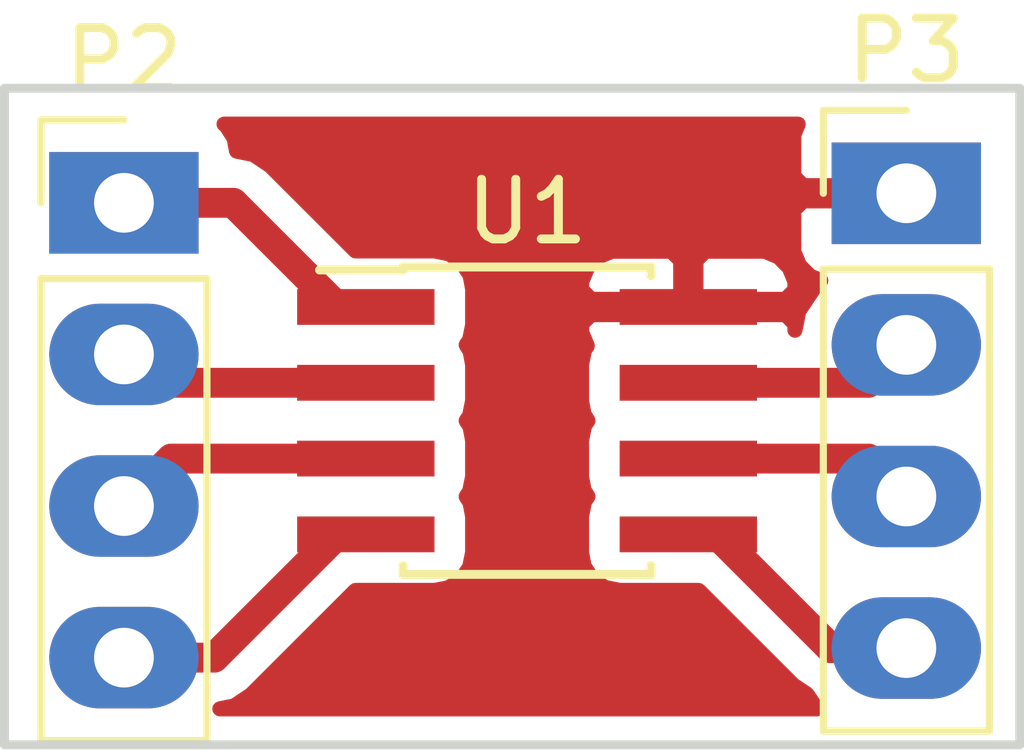
<source format=kicad_pcb>
(kicad_pcb (version 4) (host pcbnew 4.0.4-stable)

  (general
    (links 8)
    (no_connects 0)
    (area 147.404762 108.095 169.695238 123.305)
    (thickness 1.6)
    (drawings 4)
    (tracks 19)
    (zones 0)
    (modules 3)
    (nets 9)
  )

  (page A4)
  (layers
    (0 F.Cu signal)
    (31 B.Cu signal)
    (32 B.Adhes user)
    (33 F.Adhes user)
    (34 B.Paste user)
    (35 F.Paste user)
    (36 B.SilkS user)
    (37 F.SilkS user)
    (38 B.Mask user)
    (39 F.Mask user)
    (40 Dwgs.User user)
    (41 Cmts.User user)
    (42 Eco1.User user)
    (43 Eco2.User user)
    (44 Edge.Cuts user)
    (45 Margin user)
    (46 B.CrtYd user)
    (47 F.CrtYd user)
    (48 B.Fab user)
    (49 F.Fab user)
  )

  (setup
    (last_trace_width 0.5)
    (trace_clearance 0.5)
    (zone_clearance 0.4)
    (zone_45_only no)
    (trace_min 0.2)
    (segment_width 0.2)
    (edge_width 0.15)
    (via_size 2)
    (via_drill 1)
    (via_min_size 0.4)
    (via_min_drill 0.3)
    (uvia_size 0.3)
    (uvia_drill 0.1)
    (uvias_allowed no)
    (uvia_min_size 0.2)
    (uvia_min_drill 0.1)
    (pcb_text_width 0.3)
    (pcb_text_size 1.5 1.5)
    (mod_edge_width 0.15)
    (mod_text_size 1 1)
    (mod_text_width 0.15)
    (pad_size 2.3 0.6)
    (pad_drill 0)
    (pad_to_mask_clearance 0.2)
    (aux_axis_origin 0 0)
    (visible_elements 7FFFFF7F)
    (pcbplotparams
      (layerselection 0x00030_80000001)
      (usegerberextensions false)
      (excludeedgelayer true)
      (linewidth 0.100000)
      (plotframeref false)
      (viasonmask false)
      (mode 1)
      (useauxorigin false)
      (hpglpennumber 1)
      (hpglpenspeed 20)
      (hpglpendiameter 15)
      (hpglpenoverlay 2)
      (psnegative false)
      (psa4output false)
      (plotreference true)
      (plotvalue true)
      (plotinvisibletext false)
      (padsonsilk false)
      (subtractmaskfromsilk false)
      (outputformat 1)
      (mirror false)
      (drillshape 1)
      (scaleselection 1)
      (outputdirectory ""))
  )

  (net 0 "")
  (net 1 +12V)
  (net 2 Vref)
  (net 3 GND)
  (net 4 /OC_signal)
  (net 5 /OpA+)
  (net 6 /OpB+)
  (net 7 /OpB-)
  (net 8 /Vdiff)

  (net_class Default "This is the default net class."
    (clearance 0.5)
    (trace_width 0.5)
    (via_dia 2)
    (via_drill 1)
    (uvia_dia 0.3)
    (uvia_drill 0.1)
    (add_net /OC_signal)
    (add_net /OpA+)
    (add_net /OpB+)
    (add_net /OpB-)
    (add_net /Vdiff)
    (add_net GND)
    (add_net Vref)
  )

  (net_class Power ""
    (clearance 0.5)
    (trace_width 1)
    (via_dia 2)
    (via_drill 1)
    (uvia_dia 0.3)
    (uvia_drill 0.1)
    (add_net +12V)
  )

  (module Housings_SOIC:SOIC-8_3.9x4.9mm_Pitch1.27mm (layer F.Cu) (tedit 58EA7233) (tstamp 58E4F24F)
    (at 158.75 115.57)
    (descr "8-Lead Plastic Small Outline (SN) - Narrow, 3.90 mm Body [SOIC] (see Microchip Packaging Specification 00000049BS.pdf)")
    (tags "SOIC 1.27")
    (path /58E155AA)
    (attr smd)
    (fp_text reference U1 (at 0 -3.5) (layer F.SilkS)
      (effects (font (size 1 1) (thickness 0.15)))
    )
    (fp_text value LM358 (at 1.27 0 90) (layer F.Fab)
      (effects (font (size 1 1) (thickness 0.15)))
    )
    (fp_line (start -0.95 -2.45) (end 1.95 -2.45) (layer F.Fab) (width 0.15))
    (fp_line (start 1.95 -2.45) (end 1.95 2.45) (layer F.Fab) (width 0.15))
    (fp_line (start 1.95 2.45) (end -1.95 2.45) (layer F.Fab) (width 0.15))
    (fp_line (start -1.95 2.45) (end -1.95 -1.45) (layer F.Fab) (width 0.15))
    (fp_line (start -1.95 -1.45) (end -0.95 -2.45) (layer F.Fab) (width 0.15))
    (fp_line (start -3.75 -2.75) (end -3.75 2.75) (layer F.CrtYd) (width 0.05))
    (fp_line (start 3.75 -2.75) (end 3.75 2.75) (layer F.CrtYd) (width 0.05))
    (fp_line (start -3.75 -2.75) (end 3.75 -2.75) (layer F.CrtYd) (width 0.05))
    (fp_line (start -3.75 2.75) (end 3.75 2.75) (layer F.CrtYd) (width 0.05))
    (fp_line (start -2.075 -2.575) (end -2.075 -2.525) (layer F.SilkS) (width 0.15))
    (fp_line (start 2.075 -2.575) (end 2.075 -2.43) (layer F.SilkS) (width 0.15))
    (fp_line (start 2.075 2.575) (end 2.075 2.43) (layer F.SilkS) (width 0.15))
    (fp_line (start -2.075 2.575) (end -2.075 2.43) (layer F.SilkS) (width 0.15))
    (fp_line (start -2.075 -2.575) (end 2.075 -2.575) (layer F.SilkS) (width 0.15))
    (fp_line (start -2.075 2.575) (end 2.075 2.575) (layer F.SilkS) (width 0.15))
    (fp_line (start -2.075 -2.525) (end -3.475 -2.525) (layer F.SilkS) (width 0.15))
    (pad 1 smd rect (at -2.7 -1.905) (size 2.3 0.6) (layers F.Cu F.Paste F.Mask)
      (net 4 /OC_signal))
    (pad 2 smd rect (at -2.7 -0.635) (size 2.3 0.6) (layers F.Cu F.Paste F.Mask)
      (net 2 Vref))
    (pad 3 smd rect (at -2.7 0.635) (size 2.3 0.6) (layers F.Cu F.Paste F.Mask)
      (net 5 /OpA+))
    (pad 4 smd rect (at -2.7 1.905) (size 2.3 0.6) (layers F.Cu F.Paste F.Mask)
      (net 1 +12V))
    (pad 5 smd rect (at 2.7 1.905) (size 2.3 0.6) (layers F.Cu F.Paste F.Mask)
      (net 6 /OpB+))
    (pad 6 smd rect (at 2.7 0.635) (size 2.3 0.6) (layers F.Cu F.Paste F.Mask)
      (net 7 /OpB-))
    (pad 7 smd rect (at 2.7 -0.635) (size 2.3 0.6) (layers F.Cu F.Paste F.Mask)
      (net 8 /Vdiff))
    (pad 8 smd rect (at 2.7 -1.905) (size 2.3 0.6) (layers F.Cu F.Paste F.Mask)
      (net 3 GND))
    (model Housings_SOIC.3dshapes/SOIC-8_3.9x4.9mm_Pitch1.27mm.wrl
      (at (xyz 0 0 0))
      (scale (xyz 1 1 1))
      (rotate (xyz 0 0 0))
    )
  )

  (module Pin_Headers:Pin_Header_Straight_1x04_Pitch2.54mm (layer F.Cu) (tedit 58E616D2) (tstamp 58E4F1D7)
    (at 152 111.92)
    (descr "Through hole straight pin header, 1x04, 2.54mm pitch, single row")
    (tags "Through hole pin header THT 1x04 2.54mm single row")
    (path /58E5112F)
    (fp_text reference P2 (at 0 -2.39) (layer F.SilkS)
      (effects (font (size 1 1) (thickness 0.15)))
    )
    (fp_text value OpAmp1-4 (at 0 10.01) (layer F.Fab) hide
      (effects (font (size 1 1) (thickness 0.15)))
    )
    (fp_line (start -1.27 -1.27) (end -1.27 8.89) (layer F.Fab) (width 0.1))
    (fp_line (start -1.27 8.89) (end 1.27 8.89) (layer F.Fab) (width 0.1))
    (fp_line (start 1.27 8.89) (end 1.27 -1.27) (layer F.Fab) (width 0.1))
    (fp_line (start 1.27 -1.27) (end -1.27 -1.27) (layer F.Fab) (width 0.1))
    (fp_line (start -1.39 1.27) (end -1.39 9.01) (layer F.SilkS) (width 0.12))
    (fp_line (start -1.39 9.01) (end 1.39 9.01) (layer F.SilkS) (width 0.12))
    (fp_line (start 1.39 9.01) (end 1.39 1.27) (layer F.SilkS) (width 0.12))
    (fp_line (start 1.39 1.27) (end -1.39 1.27) (layer F.SilkS) (width 0.12))
    (fp_line (start -1.39 0) (end -1.39 -1.39) (layer F.SilkS) (width 0.12))
    (fp_line (start -1.39 -1.39) (end 0 -1.39) (layer F.SilkS) (width 0.12))
    (fp_line (start -1.6 -1.6) (end -1.6 9.2) (layer F.CrtYd) (width 0.05))
    (fp_line (start -1.6 9.2) (end 1.6 9.2) (layer F.CrtYd) (width 0.05))
    (fp_line (start 1.6 9.2) (end 1.6 -1.6) (layer F.CrtYd) (width 0.05))
    (fp_line (start 1.6 -1.6) (end -1.6 -1.6) (layer F.CrtYd) (width 0.05))
    (pad 1 thru_hole rect (at 0 0) (size 2.5 1.7) (drill 1) (layers *.Cu *.Mask)
      (net 4 /OC_signal))
    (pad 2 thru_hole oval (at 0 2.54) (size 2.5 1.7) (drill 1) (layers *.Cu *.Mask)
      (net 2 Vref))
    (pad 3 thru_hole oval (at 0 5.08) (size 2.5 1.7) (drill 1) (layers *.Cu *.Mask)
      (net 5 /OpA+))
    (pad 4 thru_hole oval (at 0 7.62) (size 2.5 1.7) (drill 1) (layers *.Cu *.Mask)
      (net 1 +12V))
    (model Pin_Headers.3dshapes/Pin_Header_Straight_1x04_Pitch2.54mm.wrl
      (at (xyz 0 -0.15 0))
      (scale (xyz 1 1 1))
      (rotate (xyz 0 0 90))
    )
  )

  (module Pin_Headers:Pin_Header_Straight_1x04_Pitch2.54mm (layer F.Cu) (tedit 58E61A02) (tstamp 58E4F1DF)
    (at 165.1 111.76)
    (descr "Through hole straight pin header, 1x04, 2.54mm pitch, single row")
    (tags "Through hole pin header THT 1x04 2.54mm single row")
    (path /58E51184)
    (fp_text reference P3 (at 0 -2.39) (layer F.SilkS)
      (effects (font (size 1 1) (thickness 0.15)))
    )
    (fp_text value OpAmp5-8 (at 0 10.01) (layer F.Fab) hide
      (effects (font (size 1 1) (thickness 0.15)))
    )
    (fp_line (start -1.27 -1.27) (end -1.27 8.89) (layer F.Fab) (width 0.1))
    (fp_line (start -1.27 8.89) (end 1.27 8.89) (layer F.Fab) (width 0.1))
    (fp_line (start 1.27 8.89) (end 1.27 -1.27) (layer F.Fab) (width 0.1))
    (fp_line (start 1.27 -1.27) (end -1.27 -1.27) (layer F.Fab) (width 0.1))
    (fp_line (start -1.39 1.27) (end -1.39 9.01) (layer F.SilkS) (width 0.12))
    (fp_line (start -1.39 9.01) (end 1.39 9.01) (layer F.SilkS) (width 0.12))
    (fp_line (start 1.39 9.01) (end 1.39 1.27) (layer F.SilkS) (width 0.12))
    (fp_line (start 1.39 1.27) (end -1.39 1.27) (layer F.SilkS) (width 0.12))
    (fp_line (start -1.39 0) (end -1.39 -1.39) (layer F.SilkS) (width 0.12))
    (fp_line (start -1.39 -1.39) (end 0 -1.39) (layer F.SilkS) (width 0.12))
    (fp_line (start -1.6 -1.6) (end -1.6 9.2) (layer F.CrtYd) (width 0.05))
    (fp_line (start -1.6 9.2) (end 1.6 9.2) (layer F.CrtYd) (width 0.05))
    (fp_line (start 1.6 9.2) (end 1.6 -1.6) (layer F.CrtYd) (width 0.05))
    (fp_line (start 1.6 -1.6) (end -1.6 -1.6) (layer F.CrtYd) (width 0.05))
    (pad 1 thru_hole rect (at 0 0) (size 2.5 1.7) (drill 1) (layers *.Cu *.Mask)
      (net 3 GND))
    (pad 2 thru_hole oval (at 0 2.54) (size 2.5 1.7) (drill 1) (layers *.Cu *.Mask)
      (net 8 /Vdiff))
    (pad 3 thru_hole oval (at 0 5.08) (size 2.5 1.7) (drill 1) (layers *.Cu *.Mask)
      (net 7 /OpB-))
    (pad 4 thru_hole oval (at 0 7.62) (size 2.5 1.7) (drill 1) (layers *.Cu *.Mask)
      (net 6 /OpB+))
    (model Pin_Headers.3dshapes/Pin_Header_Straight_1x04_Pitch2.54mm.wrl
      (at (xyz 0 -0.15 0))
      (scale (xyz 1 1 1))
      (rotate (xyz 0 0 90))
    )
  )

  (gr_line (start 150 121) (end 167 121) (layer Edge.Cuts) (width 0.15))
  (gr_line (start 150 110) (end 150 121) (layer Edge.Cuts) (width 0.15))
  (gr_line (start 167 110) (end 150 110) (layer Edge.Cuts) (width 0.15))
  (gr_line (start 167 121) (end 167 110) (layer Edge.Cuts) (width 0.15))

  (segment (start 152 119.54) (end 152.4 119.54) (width 0.5) (layer B.Cu) (net 1))
  (segment (start 155.575 117.475) (end 153.51 119.54) (width 0.5) (layer F.Cu) (net 1))
  (segment (start 153.51 119.54) (end 152 119.54) (width 0.5) (layer F.Cu) (net 1))
  (segment (start 156.05 117.475) (end 155.575 117.475) (width 0.5) (layer F.Cu) (net 1))
  (segment (start 156.05 114.935) (end 152.475 114.935) (width 0.5) (layer F.Cu) (net 2))
  (segment (start 152.475 114.935) (end 152 114.46) (width 0.5) (layer F.Cu) (net 2))
  (segment (start 165.5 111.76) (end 165.1 111.76) (width 0.5) (layer B.Cu) (net 3))
  (segment (start 155.575 113.665) (end 153.83 111.92) (width 0.5) (layer F.Cu) (net 4))
  (segment (start 153.83 111.92) (end 152 111.92) (width 0.5) (layer F.Cu) (net 4))
  (segment (start 156.05 113.665) (end 155.575 113.665) (width 0.5) (layer F.Cu) (net 4))
  (segment (start 152.795 116.205) (end 152 117) (width 0.5) (layer F.Cu) (net 5))
  (segment (start 156.05 116.205) (end 152.795 116.205) (width 0.5) (layer F.Cu) (net 5))
  (segment (start 161.925 117.475) (end 163.83 119.38) (width 0.5) (layer F.Cu) (net 6))
  (segment (start 163.83 119.38) (end 165.1 119.38) (width 0.5) (layer F.Cu) (net 6))
  (segment (start 161.45 117.475) (end 161.925 117.475) (width 0.5) (layer F.Cu) (net 6))
  (segment (start 164.465 116.205) (end 165.1 116.84) (width 0.5) (layer F.Cu) (net 7))
  (segment (start 161.45 116.205) (end 164.465 116.205) (width 0.5) (layer F.Cu) (net 7))
  (segment (start 161.45 114.935) (end 164.465 114.935) (width 0.5) (layer F.Cu) (net 8))
  (segment (start 164.465 114.935) (end 165.1 114.3) (width 0.5) (layer F.Cu) (net 8))

  (zone (net 3) (net_name GND) (layer F.Cu) (tstamp 0) (hatch edge 0.508)
    (connect_pads (clearance 0.4))
    (min_thickness 0.254)
    (fill yes (arc_segments 16) (thermal_gap 0.508) (thermal_bridge_width 0.508))
    (polygon
      (pts
        (xy 150 110) (xy 150 121) (xy 167 121) (xy 167 110)
      )
    )
    (filled_polygon
      (pts
        (xy 163.215 110.78369) (xy 163.215 111.47425) (xy 163.37375 111.633) (xy 164.973 111.633) (xy 164.973 111.613)
        (xy 165.227 111.613) (xy 165.227 111.633) (xy 165.247 111.633) (xy 165.247 111.887) (xy 165.227 111.887)
        (xy 165.227 111.907) (xy 164.973 111.907) (xy 164.973 111.887) (xy 163.37375 111.887) (xy 163.215 112.04575)
        (xy 163.215 112.73631) (xy 163.311673 112.969699) (xy 163.490302 113.148327) (xy 163.668755 113.222245) (xy 163.61883 113.255603)
        (xy 163.298657 113.734777) (xy 163.235 114.054802) (xy 163.235 113.95075) (xy 163.07625 113.792) (xy 161.577 113.792)
        (xy 161.577 113.812) (xy 161.323 113.812) (xy 161.323 113.792) (xy 159.82375 113.792) (xy 159.665 113.95075)
        (xy 159.665 114.09131) (xy 159.758461 114.316944) (xy 159.711083 114.386283) (xy 159.660717 114.635) (xy 159.660717 115.235)
        (xy 159.704437 115.467352) (xy 159.77027 115.56966) (xy 159.711083 115.656283) (xy 159.660717 115.905) (xy 159.660717 116.505)
        (xy 159.704437 116.737352) (xy 159.77027 116.83966) (xy 159.711083 116.926283) (xy 159.660717 117.175) (xy 159.660717 117.775)
        (xy 159.704437 118.007352) (xy 159.841757 118.220753) (xy 160.051283 118.363917) (xy 160.3 118.414283) (xy 161.624017 118.414283)
        (xy 163.209867 120.000133) (xy 163.436552 120.151598) (xy 163.601192 120.398) (xy 153.605716 120.398) (xy 153.605746 120.397955)
        (xy 153.845613 120.350242) (xy 154.130133 120.160133) (xy 155.875983 118.414283) (xy 157.2 118.414283) (xy 157.432352 118.370563)
        (xy 157.645753 118.233243) (xy 157.788917 118.023717) (xy 157.839283 117.775) (xy 157.839283 117.175) (xy 157.795563 116.942648)
        (xy 157.72973 116.84034) (xy 157.788917 116.753717) (xy 157.839283 116.505) (xy 157.839283 115.905) (xy 157.795563 115.672648)
        (xy 157.72973 115.57034) (xy 157.788917 115.483717) (xy 157.839283 115.235) (xy 157.839283 114.635) (xy 157.795563 114.402648)
        (xy 157.72973 114.30034) (xy 157.788917 114.213717) (xy 157.839283 113.965) (xy 157.839283 113.365) (xy 157.815517 113.23869)
        (xy 159.665 113.23869) (xy 159.665 113.37925) (xy 159.82375 113.538) (xy 161.323 113.538) (xy 161.323 112.88875)
        (xy 161.577 112.88875) (xy 161.577 113.538) (xy 163.07625 113.538) (xy 163.235 113.37925) (xy 163.235 113.23869)
        (xy 163.138327 113.005301) (xy 162.959698 112.826673) (xy 162.726309 112.73) (xy 161.73575 112.73) (xy 161.577 112.88875)
        (xy 161.323 112.88875) (xy 161.16425 112.73) (xy 160.173691 112.73) (xy 159.940302 112.826673) (xy 159.761673 113.005301)
        (xy 159.665 113.23869) (xy 157.815517 113.23869) (xy 157.795563 113.132648) (xy 157.658243 112.919247) (xy 157.448717 112.776083)
        (xy 157.2 112.725717) (xy 155.875982 112.725717) (xy 154.450133 111.299867) (xy 154.165613 111.109758) (xy 153.88631 111.054201)
        (xy 153.845563 110.837648) (xy 153.708243 110.624247) (xy 153.675684 110.602) (xy 163.290259 110.602)
      )
    )
  )
)

</source>
